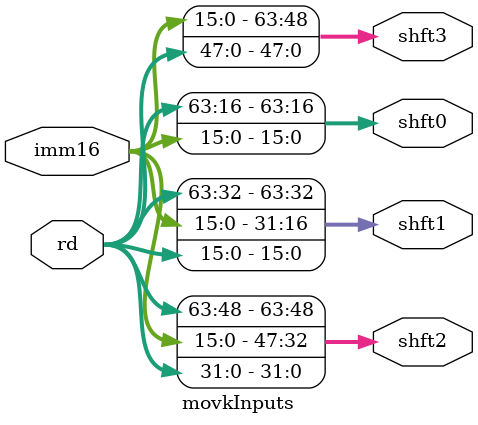
<source format=sv>
module movkInputs(rd, imm16, shft0, shft1, shft2, shft3);
	input logic [63:0] rd;
	input logic [15:0] imm16; 
	output logic [63:0] shft0, shft1, shft2, shft3;
	
	assign shft0 = {rd[63:16], imm16};
	assign shft1 = {rd[63:32], imm16, rd[15:0]};
	assign shft2 = {rd[63:48], imm16, rd[31:0]};
	assign shft3 = {imm16, rd[47:0]};
endmodule

</source>
